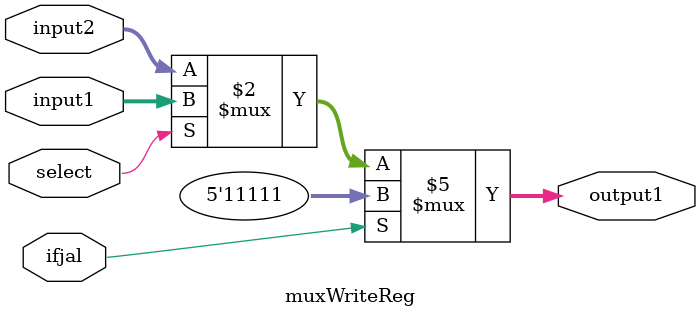
<source format=v>
module muxWriteReg(
    input [4:0] input1,
    input [4:0] input2,
    input select,
    input ifjal,
    output reg [4:0] output1
    );
    initial begin
    output1=0;
    end
    always @(*)
    begin
        if(ifjal)
            output1=5'b11111;
        else
            output1=select?input1:input2;
    end
endmodule
</source>
